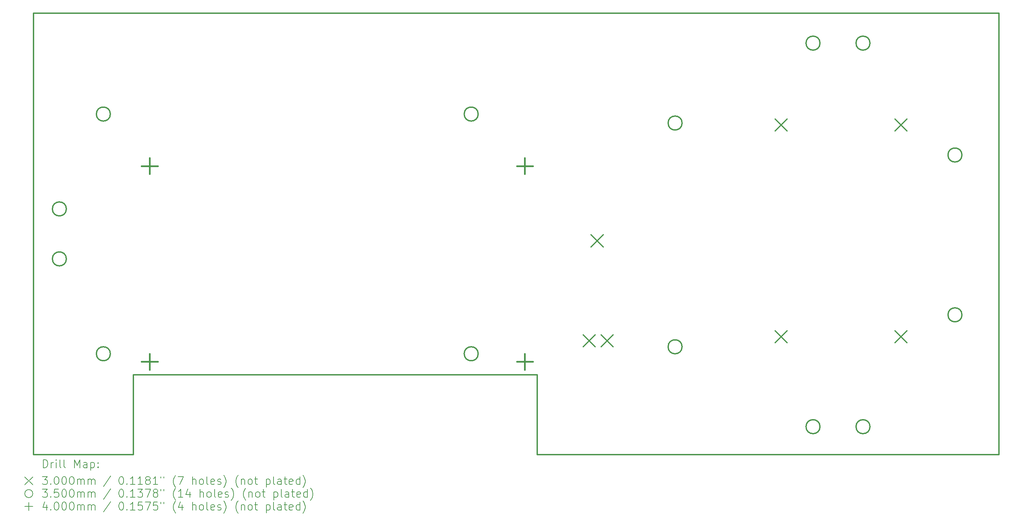
<source format=gbr>
%TF.GenerationSoftware,KiCad,Pcbnew,8.0.6*%
%TF.CreationDate,2025-04-15T17:41:16+01:00*%
%TF.ProjectId,DeltaBot,44656c74-6142-46f7-942e-6b696361645f,rev?*%
%TF.SameCoordinates,Original*%
%TF.FileFunction,Drillmap*%
%TF.FilePolarity,Positive*%
%FSLAX45Y45*%
G04 Gerber Fmt 4.5, Leading zero omitted, Abs format (unit mm)*
G04 Created by KiCad (PCBNEW 8.0.6) date 2025-04-15 17:41:16*
%MOMM*%
%LPD*%
G01*
G04 APERTURE LIST*
%ADD10C,0.300000*%
%ADD11C,0.200000*%
%ADD12C,0.350000*%
%ADD13C,0.400000*%
G04 APERTURE END LIST*
D10*
X5200000Y-12650000D02*
X15300000Y-12650000D01*
X5200000Y-14650000D02*
X2700000Y-14650000D01*
X26850000Y-3600000D02*
X26850000Y-14650000D01*
X15300000Y-12650000D02*
X15300000Y-14650000D01*
X26850000Y-14650000D02*
X15300000Y-14650000D01*
X2700000Y-14650000D02*
X2700000Y-3600000D01*
X5200000Y-14650000D02*
X5200000Y-12650000D01*
X2700000Y-3600000D02*
X26850000Y-3600000D01*
D11*
D10*
X16450000Y-11650000D02*
X16750000Y-11950000D01*
X16750000Y-11650000D02*
X16450000Y-11950000D01*
X16650000Y-9150000D02*
X16950000Y-9450000D01*
X16950000Y-9150000D02*
X16650000Y-9450000D01*
X16900000Y-11650000D02*
X17200000Y-11950000D01*
X17200000Y-11650000D02*
X16900000Y-11950000D01*
X21250000Y-6250000D02*
X21550000Y-6550000D01*
X21550000Y-6250000D02*
X21250000Y-6550000D01*
X21250000Y-11550000D02*
X21550000Y-11850000D01*
X21550000Y-11550000D02*
X21250000Y-11850000D01*
X24250000Y-6250000D02*
X24550000Y-6550000D01*
X24550000Y-6250000D02*
X24250000Y-6550000D01*
X24250000Y-11550000D02*
X24550000Y-11850000D01*
X24550000Y-11550000D02*
X24250000Y-11850000D01*
D12*
X3525000Y-8500000D02*
G75*
G02*
X3175000Y-8500000I-175000J0D01*
G01*
X3175000Y-8500000D02*
G75*
G02*
X3525000Y-8500000I175000J0D01*
G01*
X3525000Y-9750000D02*
G75*
G02*
X3175000Y-9750000I-175000J0D01*
G01*
X3175000Y-9750000D02*
G75*
G02*
X3525000Y-9750000I175000J0D01*
G01*
X4625000Y-6125000D02*
G75*
G02*
X4275000Y-6125000I-175000J0D01*
G01*
X4275000Y-6125000D02*
G75*
G02*
X4625000Y-6125000I175000J0D01*
G01*
X4625000Y-12125000D02*
G75*
G02*
X4275000Y-12125000I-175000J0D01*
G01*
X4275000Y-12125000D02*
G75*
G02*
X4625000Y-12125000I175000J0D01*
G01*
X13825000Y-6125000D02*
G75*
G02*
X13475000Y-6125000I-175000J0D01*
G01*
X13475000Y-6125000D02*
G75*
G02*
X13825000Y-6125000I175000J0D01*
G01*
X13825000Y-12125000D02*
G75*
G02*
X13475000Y-12125000I-175000J0D01*
G01*
X13475000Y-12125000D02*
G75*
G02*
X13825000Y-12125000I175000J0D01*
G01*
X18925000Y-6350000D02*
G75*
G02*
X18575000Y-6350000I-175000J0D01*
G01*
X18575000Y-6350000D02*
G75*
G02*
X18925000Y-6350000I175000J0D01*
G01*
X18925000Y-11950000D02*
G75*
G02*
X18575000Y-11950000I-175000J0D01*
G01*
X18575000Y-11950000D02*
G75*
G02*
X18925000Y-11950000I175000J0D01*
G01*
X22375000Y-4350000D02*
G75*
G02*
X22025000Y-4350000I-175000J0D01*
G01*
X22025000Y-4350000D02*
G75*
G02*
X22375000Y-4350000I175000J0D01*
G01*
X22375000Y-13950000D02*
G75*
G02*
X22025000Y-13950000I-175000J0D01*
G01*
X22025000Y-13950000D02*
G75*
G02*
X22375000Y-13950000I175000J0D01*
G01*
X23625000Y-4350000D02*
G75*
G02*
X23275000Y-4350000I-175000J0D01*
G01*
X23275000Y-4350000D02*
G75*
G02*
X23625000Y-4350000I175000J0D01*
G01*
X23625000Y-13950000D02*
G75*
G02*
X23275000Y-13950000I-175000J0D01*
G01*
X23275000Y-13950000D02*
G75*
G02*
X23625000Y-13950000I175000J0D01*
G01*
X25925000Y-7150000D02*
G75*
G02*
X25575000Y-7150000I-175000J0D01*
G01*
X25575000Y-7150000D02*
G75*
G02*
X25925000Y-7150000I175000J0D01*
G01*
X25925000Y-11150000D02*
G75*
G02*
X25575000Y-11150000I-175000J0D01*
G01*
X25575000Y-11150000D02*
G75*
G02*
X25925000Y-11150000I175000J0D01*
G01*
D13*
X5607500Y-7225000D02*
X5607500Y-7625000D01*
X5407500Y-7425000D02*
X5807500Y-7425000D01*
X5607500Y-12125000D02*
X5607500Y-12525000D01*
X5407500Y-12325000D02*
X5807500Y-12325000D01*
X14992500Y-7225000D02*
X14992500Y-7625000D01*
X14792500Y-7425000D02*
X15192500Y-7425000D01*
X14992500Y-12125000D02*
X14992500Y-12525000D01*
X14792500Y-12325000D02*
X15192500Y-12325000D01*
D11*
X2945777Y-14976484D02*
X2945777Y-14776484D01*
X2945777Y-14776484D02*
X2993396Y-14776484D01*
X2993396Y-14776484D02*
X3021967Y-14786008D01*
X3021967Y-14786008D02*
X3041015Y-14805055D01*
X3041015Y-14805055D02*
X3050539Y-14824103D01*
X3050539Y-14824103D02*
X3060062Y-14862198D01*
X3060062Y-14862198D02*
X3060062Y-14890769D01*
X3060062Y-14890769D02*
X3050539Y-14928865D01*
X3050539Y-14928865D02*
X3041015Y-14947912D01*
X3041015Y-14947912D02*
X3021967Y-14966960D01*
X3021967Y-14966960D02*
X2993396Y-14976484D01*
X2993396Y-14976484D02*
X2945777Y-14976484D01*
X3145777Y-14976484D02*
X3145777Y-14843150D01*
X3145777Y-14881246D02*
X3155301Y-14862198D01*
X3155301Y-14862198D02*
X3164824Y-14852674D01*
X3164824Y-14852674D02*
X3183872Y-14843150D01*
X3183872Y-14843150D02*
X3202920Y-14843150D01*
X3269586Y-14976484D02*
X3269586Y-14843150D01*
X3269586Y-14776484D02*
X3260062Y-14786008D01*
X3260062Y-14786008D02*
X3269586Y-14795531D01*
X3269586Y-14795531D02*
X3279110Y-14786008D01*
X3279110Y-14786008D02*
X3269586Y-14776484D01*
X3269586Y-14776484D02*
X3269586Y-14795531D01*
X3393396Y-14976484D02*
X3374348Y-14966960D01*
X3374348Y-14966960D02*
X3364824Y-14947912D01*
X3364824Y-14947912D02*
X3364824Y-14776484D01*
X3498158Y-14976484D02*
X3479110Y-14966960D01*
X3479110Y-14966960D02*
X3469586Y-14947912D01*
X3469586Y-14947912D02*
X3469586Y-14776484D01*
X3726729Y-14976484D02*
X3726729Y-14776484D01*
X3726729Y-14776484D02*
X3793396Y-14919341D01*
X3793396Y-14919341D02*
X3860062Y-14776484D01*
X3860062Y-14776484D02*
X3860062Y-14976484D01*
X4041015Y-14976484D02*
X4041015Y-14871722D01*
X4041015Y-14871722D02*
X4031491Y-14852674D01*
X4031491Y-14852674D02*
X4012443Y-14843150D01*
X4012443Y-14843150D02*
X3974348Y-14843150D01*
X3974348Y-14843150D02*
X3955301Y-14852674D01*
X4041015Y-14966960D02*
X4021967Y-14976484D01*
X4021967Y-14976484D02*
X3974348Y-14976484D01*
X3974348Y-14976484D02*
X3955301Y-14966960D01*
X3955301Y-14966960D02*
X3945777Y-14947912D01*
X3945777Y-14947912D02*
X3945777Y-14928865D01*
X3945777Y-14928865D02*
X3955301Y-14909817D01*
X3955301Y-14909817D02*
X3974348Y-14900293D01*
X3974348Y-14900293D02*
X4021967Y-14900293D01*
X4021967Y-14900293D02*
X4041015Y-14890769D01*
X4136253Y-14843150D02*
X4136253Y-15043150D01*
X4136253Y-14852674D02*
X4155301Y-14843150D01*
X4155301Y-14843150D02*
X4193396Y-14843150D01*
X4193396Y-14843150D02*
X4212444Y-14852674D01*
X4212444Y-14852674D02*
X4221967Y-14862198D01*
X4221967Y-14862198D02*
X4231491Y-14881246D01*
X4231491Y-14881246D02*
X4231491Y-14938388D01*
X4231491Y-14938388D02*
X4221967Y-14957436D01*
X4221967Y-14957436D02*
X4212444Y-14966960D01*
X4212444Y-14966960D02*
X4193396Y-14976484D01*
X4193396Y-14976484D02*
X4155301Y-14976484D01*
X4155301Y-14976484D02*
X4136253Y-14966960D01*
X4317205Y-14957436D02*
X4326729Y-14966960D01*
X4326729Y-14966960D02*
X4317205Y-14976484D01*
X4317205Y-14976484D02*
X4307682Y-14966960D01*
X4307682Y-14966960D02*
X4317205Y-14957436D01*
X4317205Y-14957436D02*
X4317205Y-14976484D01*
X4317205Y-14852674D02*
X4326729Y-14862198D01*
X4326729Y-14862198D02*
X4317205Y-14871722D01*
X4317205Y-14871722D02*
X4307682Y-14862198D01*
X4307682Y-14862198D02*
X4317205Y-14852674D01*
X4317205Y-14852674D02*
X4317205Y-14871722D01*
X2485000Y-15205000D02*
X2685000Y-15405000D01*
X2685000Y-15205000D02*
X2485000Y-15405000D01*
X2926729Y-15196484D02*
X3050539Y-15196484D01*
X3050539Y-15196484D02*
X2983872Y-15272674D01*
X2983872Y-15272674D02*
X3012443Y-15272674D01*
X3012443Y-15272674D02*
X3031491Y-15282198D01*
X3031491Y-15282198D02*
X3041015Y-15291722D01*
X3041015Y-15291722D02*
X3050539Y-15310769D01*
X3050539Y-15310769D02*
X3050539Y-15358388D01*
X3050539Y-15358388D02*
X3041015Y-15377436D01*
X3041015Y-15377436D02*
X3031491Y-15386960D01*
X3031491Y-15386960D02*
X3012443Y-15396484D01*
X3012443Y-15396484D02*
X2955301Y-15396484D01*
X2955301Y-15396484D02*
X2936253Y-15386960D01*
X2936253Y-15386960D02*
X2926729Y-15377436D01*
X3136253Y-15377436D02*
X3145777Y-15386960D01*
X3145777Y-15386960D02*
X3136253Y-15396484D01*
X3136253Y-15396484D02*
X3126729Y-15386960D01*
X3126729Y-15386960D02*
X3136253Y-15377436D01*
X3136253Y-15377436D02*
X3136253Y-15396484D01*
X3269586Y-15196484D02*
X3288634Y-15196484D01*
X3288634Y-15196484D02*
X3307682Y-15206008D01*
X3307682Y-15206008D02*
X3317205Y-15215531D01*
X3317205Y-15215531D02*
X3326729Y-15234579D01*
X3326729Y-15234579D02*
X3336253Y-15272674D01*
X3336253Y-15272674D02*
X3336253Y-15320293D01*
X3336253Y-15320293D02*
X3326729Y-15358388D01*
X3326729Y-15358388D02*
X3317205Y-15377436D01*
X3317205Y-15377436D02*
X3307682Y-15386960D01*
X3307682Y-15386960D02*
X3288634Y-15396484D01*
X3288634Y-15396484D02*
X3269586Y-15396484D01*
X3269586Y-15396484D02*
X3250539Y-15386960D01*
X3250539Y-15386960D02*
X3241015Y-15377436D01*
X3241015Y-15377436D02*
X3231491Y-15358388D01*
X3231491Y-15358388D02*
X3221967Y-15320293D01*
X3221967Y-15320293D02*
X3221967Y-15272674D01*
X3221967Y-15272674D02*
X3231491Y-15234579D01*
X3231491Y-15234579D02*
X3241015Y-15215531D01*
X3241015Y-15215531D02*
X3250539Y-15206008D01*
X3250539Y-15206008D02*
X3269586Y-15196484D01*
X3460062Y-15196484D02*
X3479110Y-15196484D01*
X3479110Y-15196484D02*
X3498158Y-15206008D01*
X3498158Y-15206008D02*
X3507682Y-15215531D01*
X3507682Y-15215531D02*
X3517205Y-15234579D01*
X3517205Y-15234579D02*
X3526729Y-15272674D01*
X3526729Y-15272674D02*
X3526729Y-15320293D01*
X3526729Y-15320293D02*
X3517205Y-15358388D01*
X3517205Y-15358388D02*
X3507682Y-15377436D01*
X3507682Y-15377436D02*
X3498158Y-15386960D01*
X3498158Y-15386960D02*
X3479110Y-15396484D01*
X3479110Y-15396484D02*
X3460062Y-15396484D01*
X3460062Y-15396484D02*
X3441015Y-15386960D01*
X3441015Y-15386960D02*
X3431491Y-15377436D01*
X3431491Y-15377436D02*
X3421967Y-15358388D01*
X3421967Y-15358388D02*
X3412443Y-15320293D01*
X3412443Y-15320293D02*
X3412443Y-15272674D01*
X3412443Y-15272674D02*
X3421967Y-15234579D01*
X3421967Y-15234579D02*
X3431491Y-15215531D01*
X3431491Y-15215531D02*
X3441015Y-15206008D01*
X3441015Y-15206008D02*
X3460062Y-15196484D01*
X3650539Y-15196484D02*
X3669586Y-15196484D01*
X3669586Y-15196484D02*
X3688634Y-15206008D01*
X3688634Y-15206008D02*
X3698158Y-15215531D01*
X3698158Y-15215531D02*
X3707682Y-15234579D01*
X3707682Y-15234579D02*
X3717205Y-15272674D01*
X3717205Y-15272674D02*
X3717205Y-15320293D01*
X3717205Y-15320293D02*
X3707682Y-15358388D01*
X3707682Y-15358388D02*
X3698158Y-15377436D01*
X3698158Y-15377436D02*
X3688634Y-15386960D01*
X3688634Y-15386960D02*
X3669586Y-15396484D01*
X3669586Y-15396484D02*
X3650539Y-15396484D01*
X3650539Y-15396484D02*
X3631491Y-15386960D01*
X3631491Y-15386960D02*
X3621967Y-15377436D01*
X3621967Y-15377436D02*
X3612443Y-15358388D01*
X3612443Y-15358388D02*
X3602920Y-15320293D01*
X3602920Y-15320293D02*
X3602920Y-15272674D01*
X3602920Y-15272674D02*
X3612443Y-15234579D01*
X3612443Y-15234579D02*
X3621967Y-15215531D01*
X3621967Y-15215531D02*
X3631491Y-15206008D01*
X3631491Y-15206008D02*
X3650539Y-15196484D01*
X3802920Y-15396484D02*
X3802920Y-15263150D01*
X3802920Y-15282198D02*
X3812443Y-15272674D01*
X3812443Y-15272674D02*
X3831491Y-15263150D01*
X3831491Y-15263150D02*
X3860063Y-15263150D01*
X3860063Y-15263150D02*
X3879110Y-15272674D01*
X3879110Y-15272674D02*
X3888634Y-15291722D01*
X3888634Y-15291722D02*
X3888634Y-15396484D01*
X3888634Y-15291722D02*
X3898158Y-15272674D01*
X3898158Y-15272674D02*
X3917205Y-15263150D01*
X3917205Y-15263150D02*
X3945777Y-15263150D01*
X3945777Y-15263150D02*
X3964824Y-15272674D01*
X3964824Y-15272674D02*
X3974348Y-15291722D01*
X3974348Y-15291722D02*
X3974348Y-15396484D01*
X4069586Y-15396484D02*
X4069586Y-15263150D01*
X4069586Y-15282198D02*
X4079110Y-15272674D01*
X4079110Y-15272674D02*
X4098158Y-15263150D01*
X4098158Y-15263150D02*
X4126729Y-15263150D01*
X4126729Y-15263150D02*
X4145777Y-15272674D01*
X4145777Y-15272674D02*
X4155301Y-15291722D01*
X4155301Y-15291722D02*
X4155301Y-15396484D01*
X4155301Y-15291722D02*
X4164824Y-15272674D01*
X4164824Y-15272674D02*
X4183872Y-15263150D01*
X4183872Y-15263150D02*
X4212444Y-15263150D01*
X4212444Y-15263150D02*
X4231491Y-15272674D01*
X4231491Y-15272674D02*
X4241015Y-15291722D01*
X4241015Y-15291722D02*
X4241015Y-15396484D01*
X4631491Y-15186960D02*
X4460063Y-15444103D01*
X4888634Y-15196484D02*
X4907682Y-15196484D01*
X4907682Y-15196484D02*
X4926729Y-15206008D01*
X4926729Y-15206008D02*
X4936253Y-15215531D01*
X4936253Y-15215531D02*
X4945777Y-15234579D01*
X4945777Y-15234579D02*
X4955301Y-15272674D01*
X4955301Y-15272674D02*
X4955301Y-15320293D01*
X4955301Y-15320293D02*
X4945777Y-15358388D01*
X4945777Y-15358388D02*
X4936253Y-15377436D01*
X4936253Y-15377436D02*
X4926729Y-15386960D01*
X4926729Y-15386960D02*
X4907682Y-15396484D01*
X4907682Y-15396484D02*
X4888634Y-15396484D01*
X4888634Y-15396484D02*
X4869587Y-15386960D01*
X4869587Y-15386960D02*
X4860063Y-15377436D01*
X4860063Y-15377436D02*
X4850539Y-15358388D01*
X4850539Y-15358388D02*
X4841015Y-15320293D01*
X4841015Y-15320293D02*
X4841015Y-15272674D01*
X4841015Y-15272674D02*
X4850539Y-15234579D01*
X4850539Y-15234579D02*
X4860063Y-15215531D01*
X4860063Y-15215531D02*
X4869587Y-15206008D01*
X4869587Y-15206008D02*
X4888634Y-15196484D01*
X5041015Y-15377436D02*
X5050539Y-15386960D01*
X5050539Y-15386960D02*
X5041015Y-15396484D01*
X5041015Y-15396484D02*
X5031491Y-15386960D01*
X5031491Y-15386960D02*
X5041015Y-15377436D01*
X5041015Y-15377436D02*
X5041015Y-15396484D01*
X5241015Y-15396484D02*
X5126729Y-15396484D01*
X5183872Y-15396484D02*
X5183872Y-15196484D01*
X5183872Y-15196484D02*
X5164825Y-15225055D01*
X5164825Y-15225055D02*
X5145777Y-15244103D01*
X5145777Y-15244103D02*
X5126729Y-15253627D01*
X5431491Y-15396484D02*
X5317206Y-15396484D01*
X5374348Y-15396484D02*
X5374348Y-15196484D01*
X5374348Y-15196484D02*
X5355301Y-15225055D01*
X5355301Y-15225055D02*
X5336253Y-15244103D01*
X5336253Y-15244103D02*
X5317206Y-15253627D01*
X5545777Y-15282198D02*
X5526729Y-15272674D01*
X5526729Y-15272674D02*
X5517206Y-15263150D01*
X5517206Y-15263150D02*
X5507682Y-15244103D01*
X5507682Y-15244103D02*
X5507682Y-15234579D01*
X5507682Y-15234579D02*
X5517206Y-15215531D01*
X5517206Y-15215531D02*
X5526729Y-15206008D01*
X5526729Y-15206008D02*
X5545777Y-15196484D01*
X5545777Y-15196484D02*
X5583872Y-15196484D01*
X5583872Y-15196484D02*
X5602920Y-15206008D01*
X5602920Y-15206008D02*
X5612444Y-15215531D01*
X5612444Y-15215531D02*
X5621967Y-15234579D01*
X5621967Y-15234579D02*
X5621967Y-15244103D01*
X5621967Y-15244103D02*
X5612444Y-15263150D01*
X5612444Y-15263150D02*
X5602920Y-15272674D01*
X5602920Y-15272674D02*
X5583872Y-15282198D01*
X5583872Y-15282198D02*
X5545777Y-15282198D01*
X5545777Y-15282198D02*
X5526729Y-15291722D01*
X5526729Y-15291722D02*
X5517206Y-15301246D01*
X5517206Y-15301246D02*
X5507682Y-15320293D01*
X5507682Y-15320293D02*
X5507682Y-15358388D01*
X5507682Y-15358388D02*
X5517206Y-15377436D01*
X5517206Y-15377436D02*
X5526729Y-15386960D01*
X5526729Y-15386960D02*
X5545777Y-15396484D01*
X5545777Y-15396484D02*
X5583872Y-15396484D01*
X5583872Y-15396484D02*
X5602920Y-15386960D01*
X5602920Y-15386960D02*
X5612444Y-15377436D01*
X5612444Y-15377436D02*
X5621967Y-15358388D01*
X5621967Y-15358388D02*
X5621967Y-15320293D01*
X5621967Y-15320293D02*
X5612444Y-15301246D01*
X5612444Y-15301246D02*
X5602920Y-15291722D01*
X5602920Y-15291722D02*
X5583872Y-15282198D01*
X5812444Y-15396484D02*
X5698158Y-15396484D01*
X5755301Y-15396484D02*
X5755301Y-15196484D01*
X5755301Y-15196484D02*
X5736253Y-15225055D01*
X5736253Y-15225055D02*
X5717206Y-15244103D01*
X5717206Y-15244103D02*
X5698158Y-15253627D01*
X5888634Y-15196484D02*
X5888634Y-15234579D01*
X5964825Y-15196484D02*
X5964825Y-15234579D01*
X6260063Y-15472674D02*
X6250539Y-15463150D01*
X6250539Y-15463150D02*
X6231491Y-15434579D01*
X6231491Y-15434579D02*
X6221968Y-15415531D01*
X6221968Y-15415531D02*
X6212444Y-15386960D01*
X6212444Y-15386960D02*
X6202920Y-15339341D01*
X6202920Y-15339341D02*
X6202920Y-15301246D01*
X6202920Y-15301246D02*
X6212444Y-15253627D01*
X6212444Y-15253627D02*
X6221968Y-15225055D01*
X6221968Y-15225055D02*
X6231491Y-15206008D01*
X6231491Y-15206008D02*
X6250539Y-15177436D01*
X6250539Y-15177436D02*
X6260063Y-15167912D01*
X6317206Y-15196484D02*
X6450539Y-15196484D01*
X6450539Y-15196484D02*
X6364825Y-15396484D01*
X6679110Y-15396484D02*
X6679110Y-15196484D01*
X6764825Y-15396484D02*
X6764825Y-15291722D01*
X6764825Y-15291722D02*
X6755301Y-15272674D01*
X6755301Y-15272674D02*
X6736253Y-15263150D01*
X6736253Y-15263150D02*
X6707682Y-15263150D01*
X6707682Y-15263150D02*
X6688634Y-15272674D01*
X6688634Y-15272674D02*
X6679110Y-15282198D01*
X6888634Y-15396484D02*
X6869587Y-15386960D01*
X6869587Y-15386960D02*
X6860063Y-15377436D01*
X6860063Y-15377436D02*
X6850539Y-15358388D01*
X6850539Y-15358388D02*
X6850539Y-15301246D01*
X6850539Y-15301246D02*
X6860063Y-15282198D01*
X6860063Y-15282198D02*
X6869587Y-15272674D01*
X6869587Y-15272674D02*
X6888634Y-15263150D01*
X6888634Y-15263150D02*
X6917206Y-15263150D01*
X6917206Y-15263150D02*
X6936253Y-15272674D01*
X6936253Y-15272674D02*
X6945777Y-15282198D01*
X6945777Y-15282198D02*
X6955301Y-15301246D01*
X6955301Y-15301246D02*
X6955301Y-15358388D01*
X6955301Y-15358388D02*
X6945777Y-15377436D01*
X6945777Y-15377436D02*
X6936253Y-15386960D01*
X6936253Y-15386960D02*
X6917206Y-15396484D01*
X6917206Y-15396484D02*
X6888634Y-15396484D01*
X7069587Y-15396484D02*
X7050539Y-15386960D01*
X7050539Y-15386960D02*
X7041015Y-15367912D01*
X7041015Y-15367912D02*
X7041015Y-15196484D01*
X7221968Y-15386960D02*
X7202920Y-15396484D01*
X7202920Y-15396484D02*
X7164825Y-15396484D01*
X7164825Y-15396484D02*
X7145777Y-15386960D01*
X7145777Y-15386960D02*
X7136253Y-15367912D01*
X7136253Y-15367912D02*
X7136253Y-15291722D01*
X7136253Y-15291722D02*
X7145777Y-15272674D01*
X7145777Y-15272674D02*
X7164825Y-15263150D01*
X7164825Y-15263150D02*
X7202920Y-15263150D01*
X7202920Y-15263150D02*
X7221968Y-15272674D01*
X7221968Y-15272674D02*
X7231491Y-15291722D01*
X7231491Y-15291722D02*
X7231491Y-15310769D01*
X7231491Y-15310769D02*
X7136253Y-15329817D01*
X7307682Y-15386960D02*
X7326730Y-15396484D01*
X7326730Y-15396484D02*
X7364825Y-15396484D01*
X7364825Y-15396484D02*
X7383872Y-15386960D01*
X7383872Y-15386960D02*
X7393396Y-15367912D01*
X7393396Y-15367912D02*
X7393396Y-15358388D01*
X7393396Y-15358388D02*
X7383872Y-15339341D01*
X7383872Y-15339341D02*
X7364825Y-15329817D01*
X7364825Y-15329817D02*
X7336253Y-15329817D01*
X7336253Y-15329817D02*
X7317206Y-15320293D01*
X7317206Y-15320293D02*
X7307682Y-15301246D01*
X7307682Y-15301246D02*
X7307682Y-15291722D01*
X7307682Y-15291722D02*
X7317206Y-15272674D01*
X7317206Y-15272674D02*
X7336253Y-15263150D01*
X7336253Y-15263150D02*
X7364825Y-15263150D01*
X7364825Y-15263150D02*
X7383872Y-15272674D01*
X7460063Y-15472674D02*
X7469587Y-15463150D01*
X7469587Y-15463150D02*
X7488634Y-15434579D01*
X7488634Y-15434579D02*
X7498158Y-15415531D01*
X7498158Y-15415531D02*
X7507682Y-15386960D01*
X7507682Y-15386960D02*
X7517206Y-15339341D01*
X7517206Y-15339341D02*
X7517206Y-15301246D01*
X7517206Y-15301246D02*
X7507682Y-15253627D01*
X7507682Y-15253627D02*
X7498158Y-15225055D01*
X7498158Y-15225055D02*
X7488634Y-15206008D01*
X7488634Y-15206008D02*
X7469587Y-15177436D01*
X7469587Y-15177436D02*
X7460063Y-15167912D01*
X7821968Y-15472674D02*
X7812444Y-15463150D01*
X7812444Y-15463150D02*
X7793396Y-15434579D01*
X7793396Y-15434579D02*
X7783872Y-15415531D01*
X7783872Y-15415531D02*
X7774349Y-15386960D01*
X7774349Y-15386960D02*
X7764825Y-15339341D01*
X7764825Y-15339341D02*
X7764825Y-15301246D01*
X7764825Y-15301246D02*
X7774349Y-15253627D01*
X7774349Y-15253627D02*
X7783872Y-15225055D01*
X7783872Y-15225055D02*
X7793396Y-15206008D01*
X7793396Y-15206008D02*
X7812444Y-15177436D01*
X7812444Y-15177436D02*
X7821968Y-15167912D01*
X7898158Y-15263150D02*
X7898158Y-15396484D01*
X7898158Y-15282198D02*
X7907682Y-15272674D01*
X7907682Y-15272674D02*
X7926730Y-15263150D01*
X7926730Y-15263150D02*
X7955301Y-15263150D01*
X7955301Y-15263150D02*
X7974349Y-15272674D01*
X7974349Y-15272674D02*
X7983872Y-15291722D01*
X7983872Y-15291722D02*
X7983872Y-15396484D01*
X8107682Y-15396484D02*
X8088634Y-15386960D01*
X8088634Y-15386960D02*
X8079111Y-15377436D01*
X8079111Y-15377436D02*
X8069587Y-15358388D01*
X8069587Y-15358388D02*
X8069587Y-15301246D01*
X8069587Y-15301246D02*
X8079111Y-15282198D01*
X8079111Y-15282198D02*
X8088634Y-15272674D01*
X8088634Y-15272674D02*
X8107682Y-15263150D01*
X8107682Y-15263150D02*
X8136253Y-15263150D01*
X8136253Y-15263150D02*
X8155301Y-15272674D01*
X8155301Y-15272674D02*
X8164825Y-15282198D01*
X8164825Y-15282198D02*
X8174349Y-15301246D01*
X8174349Y-15301246D02*
X8174349Y-15358388D01*
X8174349Y-15358388D02*
X8164825Y-15377436D01*
X8164825Y-15377436D02*
X8155301Y-15386960D01*
X8155301Y-15386960D02*
X8136253Y-15396484D01*
X8136253Y-15396484D02*
X8107682Y-15396484D01*
X8231492Y-15263150D02*
X8307682Y-15263150D01*
X8260063Y-15196484D02*
X8260063Y-15367912D01*
X8260063Y-15367912D02*
X8269587Y-15386960D01*
X8269587Y-15386960D02*
X8288634Y-15396484D01*
X8288634Y-15396484D02*
X8307682Y-15396484D01*
X8526730Y-15263150D02*
X8526730Y-15463150D01*
X8526730Y-15272674D02*
X8545777Y-15263150D01*
X8545777Y-15263150D02*
X8583873Y-15263150D01*
X8583873Y-15263150D02*
X8602920Y-15272674D01*
X8602920Y-15272674D02*
X8612444Y-15282198D01*
X8612444Y-15282198D02*
X8621968Y-15301246D01*
X8621968Y-15301246D02*
X8621968Y-15358388D01*
X8621968Y-15358388D02*
X8612444Y-15377436D01*
X8612444Y-15377436D02*
X8602920Y-15386960D01*
X8602920Y-15386960D02*
X8583873Y-15396484D01*
X8583873Y-15396484D02*
X8545777Y-15396484D01*
X8545777Y-15396484D02*
X8526730Y-15386960D01*
X8736254Y-15396484D02*
X8717206Y-15386960D01*
X8717206Y-15386960D02*
X8707682Y-15367912D01*
X8707682Y-15367912D02*
X8707682Y-15196484D01*
X8898158Y-15396484D02*
X8898158Y-15291722D01*
X8898158Y-15291722D02*
X8888635Y-15272674D01*
X8888635Y-15272674D02*
X8869587Y-15263150D01*
X8869587Y-15263150D02*
X8831492Y-15263150D01*
X8831492Y-15263150D02*
X8812444Y-15272674D01*
X8898158Y-15386960D02*
X8879111Y-15396484D01*
X8879111Y-15396484D02*
X8831492Y-15396484D01*
X8831492Y-15396484D02*
X8812444Y-15386960D01*
X8812444Y-15386960D02*
X8802920Y-15367912D01*
X8802920Y-15367912D02*
X8802920Y-15348865D01*
X8802920Y-15348865D02*
X8812444Y-15329817D01*
X8812444Y-15329817D02*
X8831492Y-15320293D01*
X8831492Y-15320293D02*
X8879111Y-15320293D01*
X8879111Y-15320293D02*
X8898158Y-15310769D01*
X8964825Y-15263150D02*
X9041015Y-15263150D01*
X8993396Y-15196484D02*
X8993396Y-15367912D01*
X8993396Y-15367912D02*
X9002920Y-15386960D01*
X9002920Y-15386960D02*
X9021968Y-15396484D01*
X9021968Y-15396484D02*
X9041015Y-15396484D01*
X9183873Y-15386960D02*
X9164825Y-15396484D01*
X9164825Y-15396484D02*
X9126730Y-15396484D01*
X9126730Y-15396484D02*
X9107682Y-15386960D01*
X9107682Y-15386960D02*
X9098158Y-15367912D01*
X9098158Y-15367912D02*
X9098158Y-15291722D01*
X9098158Y-15291722D02*
X9107682Y-15272674D01*
X9107682Y-15272674D02*
X9126730Y-15263150D01*
X9126730Y-15263150D02*
X9164825Y-15263150D01*
X9164825Y-15263150D02*
X9183873Y-15272674D01*
X9183873Y-15272674D02*
X9193396Y-15291722D01*
X9193396Y-15291722D02*
X9193396Y-15310769D01*
X9193396Y-15310769D02*
X9098158Y-15329817D01*
X9364825Y-15396484D02*
X9364825Y-15196484D01*
X9364825Y-15386960D02*
X9345777Y-15396484D01*
X9345777Y-15396484D02*
X9307682Y-15396484D01*
X9307682Y-15396484D02*
X9288635Y-15386960D01*
X9288635Y-15386960D02*
X9279111Y-15377436D01*
X9279111Y-15377436D02*
X9269587Y-15358388D01*
X9269587Y-15358388D02*
X9269587Y-15301246D01*
X9269587Y-15301246D02*
X9279111Y-15282198D01*
X9279111Y-15282198D02*
X9288635Y-15272674D01*
X9288635Y-15272674D02*
X9307682Y-15263150D01*
X9307682Y-15263150D02*
X9345777Y-15263150D01*
X9345777Y-15263150D02*
X9364825Y-15272674D01*
X9441016Y-15472674D02*
X9450539Y-15463150D01*
X9450539Y-15463150D02*
X9469587Y-15434579D01*
X9469587Y-15434579D02*
X9479111Y-15415531D01*
X9479111Y-15415531D02*
X9488635Y-15386960D01*
X9488635Y-15386960D02*
X9498158Y-15339341D01*
X9498158Y-15339341D02*
X9498158Y-15301246D01*
X9498158Y-15301246D02*
X9488635Y-15253627D01*
X9488635Y-15253627D02*
X9479111Y-15225055D01*
X9479111Y-15225055D02*
X9469587Y-15206008D01*
X9469587Y-15206008D02*
X9450539Y-15177436D01*
X9450539Y-15177436D02*
X9441016Y-15167912D01*
X2685000Y-15625000D02*
G75*
G02*
X2485000Y-15625000I-100000J0D01*
G01*
X2485000Y-15625000D02*
G75*
G02*
X2685000Y-15625000I100000J0D01*
G01*
X2926729Y-15516484D02*
X3050539Y-15516484D01*
X3050539Y-15516484D02*
X2983872Y-15592674D01*
X2983872Y-15592674D02*
X3012443Y-15592674D01*
X3012443Y-15592674D02*
X3031491Y-15602198D01*
X3031491Y-15602198D02*
X3041015Y-15611722D01*
X3041015Y-15611722D02*
X3050539Y-15630769D01*
X3050539Y-15630769D02*
X3050539Y-15678388D01*
X3050539Y-15678388D02*
X3041015Y-15697436D01*
X3041015Y-15697436D02*
X3031491Y-15706960D01*
X3031491Y-15706960D02*
X3012443Y-15716484D01*
X3012443Y-15716484D02*
X2955301Y-15716484D01*
X2955301Y-15716484D02*
X2936253Y-15706960D01*
X2936253Y-15706960D02*
X2926729Y-15697436D01*
X3136253Y-15697436D02*
X3145777Y-15706960D01*
X3145777Y-15706960D02*
X3136253Y-15716484D01*
X3136253Y-15716484D02*
X3126729Y-15706960D01*
X3126729Y-15706960D02*
X3136253Y-15697436D01*
X3136253Y-15697436D02*
X3136253Y-15716484D01*
X3326729Y-15516484D02*
X3231491Y-15516484D01*
X3231491Y-15516484D02*
X3221967Y-15611722D01*
X3221967Y-15611722D02*
X3231491Y-15602198D01*
X3231491Y-15602198D02*
X3250539Y-15592674D01*
X3250539Y-15592674D02*
X3298158Y-15592674D01*
X3298158Y-15592674D02*
X3317205Y-15602198D01*
X3317205Y-15602198D02*
X3326729Y-15611722D01*
X3326729Y-15611722D02*
X3336253Y-15630769D01*
X3336253Y-15630769D02*
X3336253Y-15678388D01*
X3336253Y-15678388D02*
X3326729Y-15697436D01*
X3326729Y-15697436D02*
X3317205Y-15706960D01*
X3317205Y-15706960D02*
X3298158Y-15716484D01*
X3298158Y-15716484D02*
X3250539Y-15716484D01*
X3250539Y-15716484D02*
X3231491Y-15706960D01*
X3231491Y-15706960D02*
X3221967Y-15697436D01*
X3460062Y-15516484D02*
X3479110Y-15516484D01*
X3479110Y-15516484D02*
X3498158Y-15526008D01*
X3498158Y-15526008D02*
X3507682Y-15535531D01*
X3507682Y-15535531D02*
X3517205Y-15554579D01*
X3517205Y-15554579D02*
X3526729Y-15592674D01*
X3526729Y-15592674D02*
X3526729Y-15640293D01*
X3526729Y-15640293D02*
X3517205Y-15678388D01*
X3517205Y-15678388D02*
X3507682Y-15697436D01*
X3507682Y-15697436D02*
X3498158Y-15706960D01*
X3498158Y-15706960D02*
X3479110Y-15716484D01*
X3479110Y-15716484D02*
X3460062Y-15716484D01*
X3460062Y-15716484D02*
X3441015Y-15706960D01*
X3441015Y-15706960D02*
X3431491Y-15697436D01*
X3431491Y-15697436D02*
X3421967Y-15678388D01*
X3421967Y-15678388D02*
X3412443Y-15640293D01*
X3412443Y-15640293D02*
X3412443Y-15592674D01*
X3412443Y-15592674D02*
X3421967Y-15554579D01*
X3421967Y-15554579D02*
X3431491Y-15535531D01*
X3431491Y-15535531D02*
X3441015Y-15526008D01*
X3441015Y-15526008D02*
X3460062Y-15516484D01*
X3650539Y-15516484D02*
X3669586Y-15516484D01*
X3669586Y-15516484D02*
X3688634Y-15526008D01*
X3688634Y-15526008D02*
X3698158Y-15535531D01*
X3698158Y-15535531D02*
X3707682Y-15554579D01*
X3707682Y-15554579D02*
X3717205Y-15592674D01*
X3717205Y-15592674D02*
X3717205Y-15640293D01*
X3717205Y-15640293D02*
X3707682Y-15678388D01*
X3707682Y-15678388D02*
X3698158Y-15697436D01*
X3698158Y-15697436D02*
X3688634Y-15706960D01*
X3688634Y-15706960D02*
X3669586Y-15716484D01*
X3669586Y-15716484D02*
X3650539Y-15716484D01*
X3650539Y-15716484D02*
X3631491Y-15706960D01*
X3631491Y-15706960D02*
X3621967Y-15697436D01*
X3621967Y-15697436D02*
X3612443Y-15678388D01*
X3612443Y-15678388D02*
X3602920Y-15640293D01*
X3602920Y-15640293D02*
X3602920Y-15592674D01*
X3602920Y-15592674D02*
X3612443Y-15554579D01*
X3612443Y-15554579D02*
X3621967Y-15535531D01*
X3621967Y-15535531D02*
X3631491Y-15526008D01*
X3631491Y-15526008D02*
X3650539Y-15516484D01*
X3802920Y-15716484D02*
X3802920Y-15583150D01*
X3802920Y-15602198D02*
X3812443Y-15592674D01*
X3812443Y-15592674D02*
X3831491Y-15583150D01*
X3831491Y-15583150D02*
X3860063Y-15583150D01*
X3860063Y-15583150D02*
X3879110Y-15592674D01*
X3879110Y-15592674D02*
X3888634Y-15611722D01*
X3888634Y-15611722D02*
X3888634Y-15716484D01*
X3888634Y-15611722D02*
X3898158Y-15592674D01*
X3898158Y-15592674D02*
X3917205Y-15583150D01*
X3917205Y-15583150D02*
X3945777Y-15583150D01*
X3945777Y-15583150D02*
X3964824Y-15592674D01*
X3964824Y-15592674D02*
X3974348Y-15611722D01*
X3974348Y-15611722D02*
X3974348Y-15716484D01*
X4069586Y-15716484D02*
X4069586Y-15583150D01*
X4069586Y-15602198D02*
X4079110Y-15592674D01*
X4079110Y-15592674D02*
X4098158Y-15583150D01*
X4098158Y-15583150D02*
X4126729Y-15583150D01*
X4126729Y-15583150D02*
X4145777Y-15592674D01*
X4145777Y-15592674D02*
X4155301Y-15611722D01*
X4155301Y-15611722D02*
X4155301Y-15716484D01*
X4155301Y-15611722D02*
X4164824Y-15592674D01*
X4164824Y-15592674D02*
X4183872Y-15583150D01*
X4183872Y-15583150D02*
X4212444Y-15583150D01*
X4212444Y-15583150D02*
X4231491Y-15592674D01*
X4231491Y-15592674D02*
X4241015Y-15611722D01*
X4241015Y-15611722D02*
X4241015Y-15716484D01*
X4631491Y-15506960D02*
X4460063Y-15764103D01*
X4888634Y-15516484D02*
X4907682Y-15516484D01*
X4907682Y-15516484D02*
X4926729Y-15526008D01*
X4926729Y-15526008D02*
X4936253Y-15535531D01*
X4936253Y-15535531D02*
X4945777Y-15554579D01*
X4945777Y-15554579D02*
X4955301Y-15592674D01*
X4955301Y-15592674D02*
X4955301Y-15640293D01*
X4955301Y-15640293D02*
X4945777Y-15678388D01*
X4945777Y-15678388D02*
X4936253Y-15697436D01*
X4936253Y-15697436D02*
X4926729Y-15706960D01*
X4926729Y-15706960D02*
X4907682Y-15716484D01*
X4907682Y-15716484D02*
X4888634Y-15716484D01*
X4888634Y-15716484D02*
X4869587Y-15706960D01*
X4869587Y-15706960D02*
X4860063Y-15697436D01*
X4860063Y-15697436D02*
X4850539Y-15678388D01*
X4850539Y-15678388D02*
X4841015Y-15640293D01*
X4841015Y-15640293D02*
X4841015Y-15592674D01*
X4841015Y-15592674D02*
X4850539Y-15554579D01*
X4850539Y-15554579D02*
X4860063Y-15535531D01*
X4860063Y-15535531D02*
X4869587Y-15526008D01*
X4869587Y-15526008D02*
X4888634Y-15516484D01*
X5041015Y-15697436D02*
X5050539Y-15706960D01*
X5050539Y-15706960D02*
X5041015Y-15716484D01*
X5041015Y-15716484D02*
X5031491Y-15706960D01*
X5031491Y-15706960D02*
X5041015Y-15697436D01*
X5041015Y-15697436D02*
X5041015Y-15716484D01*
X5241015Y-15716484D02*
X5126729Y-15716484D01*
X5183872Y-15716484D02*
X5183872Y-15516484D01*
X5183872Y-15516484D02*
X5164825Y-15545055D01*
X5164825Y-15545055D02*
X5145777Y-15564103D01*
X5145777Y-15564103D02*
X5126729Y-15573627D01*
X5307682Y-15516484D02*
X5431491Y-15516484D01*
X5431491Y-15516484D02*
X5364825Y-15592674D01*
X5364825Y-15592674D02*
X5393396Y-15592674D01*
X5393396Y-15592674D02*
X5412444Y-15602198D01*
X5412444Y-15602198D02*
X5421968Y-15611722D01*
X5421968Y-15611722D02*
X5431491Y-15630769D01*
X5431491Y-15630769D02*
X5431491Y-15678388D01*
X5431491Y-15678388D02*
X5421968Y-15697436D01*
X5421968Y-15697436D02*
X5412444Y-15706960D01*
X5412444Y-15706960D02*
X5393396Y-15716484D01*
X5393396Y-15716484D02*
X5336253Y-15716484D01*
X5336253Y-15716484D02*
X5317206Y-15706960D01*
X5317206Y-15706960D02*
X5307682Y-15697436D01*
X5498158Y-15516484D02*
X5631491Y-15516484D01*
X5631491Y-15516484D02*
X5545777Y-15716484D01*
X5736253Y-15602198D02*
X5717206Y-15592674D01*
X5717206Y-15592674D02*
X5707682Y-15583150D01*
X5707682Y-15583150D02*
X5698158Y-15564103D01*
X5698158Y-15564103D02*
X5698158Y-15554579D01*
X5698158Y-15554579D02*
X5707682Y-15535531D01*
X5707682Y-15535531D02*
X5717206Y-15526008D01*
X5717206Y-15526008D02*
X5736253Y-15516484D01*
X5736253Y-15516484D02*
X5774348Y-15516484D01*
X5774348Y-15516484D02*
X5793396Y-15526008D01*
X5793396Y-15526008D02*
X5802920Y-15535531D01*
X5802920Y-15535531D02*
X5812444Y-15554579D01*
X5812444Y-15554579D02*
X5812444Y-15564103D01*
X5812444Y-15564103D02*
X5802920Y-15583150D01*
X5802920Y-15583150D02*
X5793396Y-15592674D01*
X5793396Y-15592674D02*
X5774348Y-15602198D01*
X5774348Y-15602198D02*
X5736253Y-15602198D01*
X5736253Y-15602198D02*
X5717206Y-15611722D01*
X5717206Y-15611722D02*
X5707682Y-15621246D01*
X5707682Y-15621246D02*
X5698158Y-15640293D01*
X5698158Y-15640293D02*
X5698158Y-15678388D01*
X5698158Y-15678388D02*
X5707682Y-15697436D01*
X5707682Y-15697436D02*
X5717206Y-15706960D01*
X5717206Y-15706960D02*
X5736253Y-15716484D01*
X5736253Y-15716484D02*
X5774348Y-15716484D01*
X5774348Y-15716484D02*
X5793396Y-15706960D01*
X5793396Y-15706960D02*
X5802920Y-15697436D01*
X5802920Y-15697436D02*
X5812444Y-15678388D01*
X5812444Y-15678388D02*
X5812444Y-15640293D01*
X5812444Y-15640293D02*
X5802920Y-15621246D01*
X5802920Y-15621246D02*
X5793396Y-15611722D01*
X5793396Y-15611722D02*
X5774348Y-15602198D01*
X5888634Y-15516484D02*
X5888634Y-15554579D01*
X5964825Y-15516484D02*
X5964825Y-15554579D01*
X6260063Y-15792674D02*
X6250539Y-15783150D01*
X6250539Y-15783150D02*
X6231491Y-15754579D01*
X6231491Y-15754579D02*
X6221968Y-15735531D01*
X6221968Y-15735531D02*
X6212444Y-15706960D01*
X6212444Y-15706960D02*
X6202920Y-15659341D01*
X6202920Y-15659341D02*
X6202920Y-15621246D01*
X6202920Y-15621246D02*
X6212444Y-15573627D01*
X6212444Y-15573627D02*
X6221968Y-15545055D01*
X6221968Y-15545055D02*
X6231491Y-15526008D01*
X6231491Y-15526008D02*
X6250539Y-15497436D01*
X6250539Y-15497436D02*
X6260063Y-15487912D01*
X6441015Y-15716484D02*
X6326729Y-15716484D01*
X6383872Y-15716484D02*
X6383872Y-15516484D01*
X6383872Y-15516484D02*
X6364825Y-15545055D01*
X6364825Y-15545055D02*
X6345777Y-15564103D01*
X6345777Y-15564103D02*
X6326729Y-15573627D01*
X6612444Y-15583150D02*
X6612444Y-15716484D01*
X6564825Y-15506960D02*
X6517206Y-15649817D01*
X6517206Y-15649817D02*
X6641015Y-15649817D01*
X6869587Y-15716484D02*
X6869587Y-15516484D01*
X6955301Y-15716484D02*
X6955301Y-15611722D01*
X6955301Y-15611722D02*
X6945777Y-15592674D01*
X6945777Y-15592674D02*
X6926730Y-15583150D01*
X6926730Y-15583150D02*
X6898158Y-15583150D01*
X6898158Y-15583150D02*
X6879110Y-15592674D01*
X6879110Y-15592674D02*
X6869587Y-15602198D01*
X7079110Y-15716484D02*
X7060063Y-15706960D01*
X7060063Y-15706960D02*
X7050539Y-15697436D01*
X7050539Y-15697436D02*
X7041015Y-15678388D01*
X7041015Y-15678388D02*
X7041015Y-15621246D01*
X7041015Y-15621246D02*
X7050539Y-15602198D01*
X7050539Y-15602198D02*
X7060063Y-15592674D01*
X7060063Y-15592674D02*
X7079110Y-15583150D01*
X7079110Y-15583150D02*
X7107682Y-15583150D01*
X7107682Y-15583150D02*
X7126730Y-15592674D01*
X7126730Y-15592674D02*
X7136253Y-15602198D01*
X7136253Y-15602198D02*
X7145777Y-15621246D01*
X7145777Y-15621246D02*
X7145777Y-15678388D01*
X7145777Y-15678388D02*
X7136253Y-15697436D01*
X7136253Y-15697436D02*
X7126730Y-15706960D01*
X7126730Y-15706960D02*
X7107682Y-15716484D01*
X7107682Y-15716484D02*
X7079110Y-15716484D01*
X7260063Y-15716484D02*
X7241015Y-15706960D01*
X7241015Y-15706960D02*
X7231491Y-15687912D01*
X7231491Y-15687912D02*
X7231491Y-15516484D01*
X7412444Y-15706960D02*
X7393396Y-15716484D01*
X7393396Y-15716484D02*
X7355301Y-15716484D01*
X7355301Y-15716484D02*
X7336253Y-15706960D01*
X7336253Y-15706960D02*
X7326730Y-15687912D01*
X7326730Y-15687912D02*
X7326730Y-15611722D01*
X7326730Y-15611722D02*
X7336253Y-15592674D01*
X7336253Y-15592674D02*
X7355301Y-15583150D01*
X7355301Y-15583150D02*
X7393396Y-15583150D01*
X7393396Y-15583150D02*
X7412444Y-15592674D01*
X7412444Y-15592674D02*
X7421968Y-15611722D01*
X7421968Y-15611722D02*
X7421968Y-15630769D01*
X7421968Y-15630769D02*
X7326730Y-15649817D01*
X7498158Y-15706960D02*
X7517206Y-15716484D01*
X7517206Y-15716484D02*
X7555301Y-15716484D01*
X7555301Y-15716484D02*
X7574349Y-15706960D01*
X7574349Y-15706960D02*
X7583872Y-15687912D01*
X7583872Y-15687912D02*
X7583872Y-15678388D01*
X7583872Y-15678388D02*
X7574349Y-15659341D01*
X7574349Y-15659341D02*
X7555301Y-15649817D01*
X7555301Y-15649817D02*
X7526730Y-15649817D01*
X7526730Y-15649817D02*
X7507682Y-15640293D01*
X7507682Y-15640293D02*
X7498158Y-15621246D01*
X7498158Y-15621246D02*
X7498158Y-15611722D01*
X7498158Y-15611722D02*
X7507682Y-15592674D01*
X7507682Y-15592674D02*
X7526730Y-15583150D01*
X7526730Y-15583150D02*
X7555301Y-15583150D01*
X7555301Y-15583150D02*
X7574349Y-15592674D01*
X7650539Y-15792674D02*
X7660063Y-15783150D01*
X7660063Y-15783150D02*
X7679111Y-15754579D01*
X7679111Y-15754579D02*
X7688634Y-15735531D01*
X7688634Y-15735531D02*
X7698158Y-15706960D01*
X7698158Y-15706960D02*
X7707682Y-15659341D01*
X7707682Y-15659341D02*
X7707682Y-15621246D01*
X7707682Y-15621246D02*
X7698158Y-15573627D01*
X7698158Y-15573627D02*
X7688634Y-15545055D01*
X7688634Y-15545055D02*
X7679111Y-15526008D01*
X7679111Y-15526008D02*
X7660063Y-15497436D01*
X7660063Y-15497436D02*
X7650539Y-15487912D01*
X8012444Y-15792674D02*
X8002920Y-15783150D01*
X8002920Y-15783150D02*
X7983872Y-15754579D01*
X7983872Y-15754579D02*
X7974349Y-15735531D01*
X7974349Y-15735531D02*
X7964825Y-15706960D01*
X7964825Y-15706960D02*
X7955301Y-15659341D01*
X7955301Y-15659341D02*
X7955301Y-15621246D01*
X7955301Y-15621246D02*
X7964825Y-15573627D01*
X7964825Y-15573627D02*
X7974349Y-15545055D01*
X7974349Y-15545055D02*
X7983872Y-15526008D01*
X7983872Y-15526008D02*
X8002920Y-15497436D01*
X8002920Y-15497436D02*
X8012444Y-15487912D01*
X8088634Y-15583150D02*
X8088634Y-15716484D01*
X8088634Y-15602198D02*
X8098158Y-15592674D01*
X8098158Y-15592674D02*
X8117206Y-15583150D01*
X8117206Y-15583150D02*
X8145777Y-15583150D01*
X8145777Y-15583150D02*
X8164825Y-15592674D01*
X8164825Y-15592674D02*
X8174349Y-15611722D01*
X8174349Y-15611722D02*
X8174349Y-15716484D01*
X8298158Y-15716484D02*
X8279111Y-15706960D01*
X8279111Y-15706960D02*
X8269587Y-15697436D01*
X8269587Y-15697436D02*
X8260063Y-15678388D01*
X8260063Y-15678388D02*
X8260063Y-15621246D01*
X8260063Y-15621246D02*
X8269587Y-15602198D01*
X8269587Y-15602198D02*
X8279111Y-15592674D01*
X8279111Y-15592674D02*
X8298158Y-15583150D01*
X8298158Y-15583150D02*
X8326730Y-15583150D01*
X8326730Y-15583150D02*
X8345777Y-15592674D01*
X8345777Y-15592674D02*
X8355301Y-15602198D01*
X8355301Y-15602198D02*
X8364825Y-15621246D01*
X8364825Y-15621246D02*
X8364825Y-15678388D01*
X8364825Y-15678388D02*
X8355301Y-15697436D01*
X8355301Y-15697436D02*
X8345777Y-15706960D01*
X8345777Y-15706960D02*
X8326730Y-15716484D01*
X8326730Y-15716484D02*
X8298158Y-15716484D01*
X8421968Y-15583150D02*
X8498158Y-15583150D01*
X8450539Y-15516484D02*
X8450539Y-15687912D01*
X8450539Y-15687912D02*
X8460063Y-15706960D01*
X8460063Y-15706960D02*
X8479111Y-15716484D01*
X8479111Y-15716484D02*
X8498158Y-15716484D01*
X8717206Y-15583150D02*
X8717206Y-15783150D01*
X8717206Y-15592674D02*
X8736254Y-15583150D01*
X8736254Y-15583150D02*
X8774349Y-15583150D01*
X8774349Y-15583150D02*
X8793396Y-15592674D01*
X8793396Y-15592674D02*
X8802920Y-15602198D01*
X8802920Y-15602198D02*
X8812444Y-15621246D01*
X8812444Y-15621246D02*
X8812444Y-15678388D01*
X8812444Y-15678388D02*
X8802920Y-15697436D01*
X8802920Y-15697436D02*
X8793396Y-15706960D01*
X8793396Y-15706960D02*
X8774349Y-15716484D01*
X8774349Y-15716484D02*
X8736254Y-15716484D01*
X8736254Y-15716484D02*
X8717206Y-15706960D01*
X8926730Y-15716484D02*
X8907682Y-15706960D01*
X8907682Y-15706960D02*
X8898158Y-15687912D01*
X8898158Y-15687912D02*
X8898158Y-15516484D01*
X9088635Y-15716484D02*
X9088635Y-15611722D01*
X9088635Y-15611722D02*
X9079111Y-15592674D01*
X9079111Y-15592674D02*
X9060063Y-15583150D01*
X9060063Y-15583150D02*
X9021968Y-15583150D01*
X9021968Y-15583150D02*
X9002920Y-15592674D01*
X9088635Y-15706960D02*
X9069587Y-15716484D01*
X9069587Y-15716484D02*
X9021968Y-15716484D01*
X9021968Y-15716484D02*
X9002920Y-15706960D01*
X9002920Y-15706960D02*
X8993396Y-15687912D01*
X8993396Y-15687912D02*
X8993396Y-15668865D01*
X8993396Y-15668865D02*
X9002920Y-15649817D01*
X9002920Y-15649817D02*
X9021968Y-15640293D01*
X9021968Y-15640293D02*
X9069587Y-15640293D01*
X9069587Y-15640293D02*
X9088635Y-15630769D01*
X9155301Y-15583150D02*
X9231492Y-15583150D01*
X9183873Y-15516484D02*
X9183873Y-15687912D01*
X9183873Y-15687912D02*
X9193396Y-15706960D01*
X9193396Y-15706960D02*
X9212444Y-15716484D01*
X9212444Y-15716484D02*
X9231492Y-15716484D01*
X9374349Y-15706960D02*
X9355301Y-15716484D01*
X9355301Y-15716484D02*
X9317206Y-15716484D01*
X9317206Y-15716484D02*
X9298158Y-15706960D01*
X9298158Y-15706960D02*
X9288635Y-15687912D01*
X9288635Y-15687912D02*
X9288635Y-15611722D01*
X9288635Y-15611722D02*
X9298158Y-15592674D01*
X9298158Y-15592674D02*
X9317206Y-15583150D01*
X9317206Y-15583150D02*
X9355301Y-15583150D01*
X9355301Y-15583150D02*
X9374349Y-15592674D01*
X9374349Y-15592674D02*
X9383873Y-15611722D01*
X9383873Y-15611722D02*
X9383873Y-15630769D01*
X9383873Y-15630769D02*
X9288635Y-15649817D01*
X9555301Y-15716484D02*
X9555301Y-15516484D01*
X9555301Y-15706960D02*
X9536254Y-15716484D01*
X9536254Y-15716484D02*
X9498158Y-15716484D01*
X9498158Y-15716484D02*
X9479111Y-15706960D01*
X9479111Y-15706960D02*
X9469587Y-15697436D01*
X9469587Y-15697436D02*
X9460063Y-15678388D01*
X9460063Y-15678388D02*
X9460063Y-15621246D01*
X9460063Y-15621246D02*
X9469587Y-15602198D01*
X9469587Y-15602198D02*
X9479111Y-15592674D01*
X9479111Y-15592674D02*
X9498158Y-15583150D01*
X9498158Y-15583150D02*
X9536254Y-15583150D01*
X9536254Y-15583150D02*
X9555301Y-15592674D01*
X9631492Y-15792674D02*
X9641016Y-15783150D01*
X9641016Y-15783150D02*
X9660063Y-15754579D01*
X9660063Y-15754579D02*
X9669587Y-15735531D01*
X9669587Y-15735531D02*
X9679111Y-15706960D01*
X9679111Y-15706960D02*
X9688635Y-15659341D01*
X9688635Y-15659341D02*
X9688635Y-15621246D01*
X9688635Y-15621246D02*
X9679111Y-15573627D01*
X9679111Y-15573627D02*
X9669587Y-15545055D01*
X9669587Y-15545055D02*
X9660063Y-15526008D01*
X9660063Y-15526008D02*
X9641016Y-15497436D01*
X9641016Y-15497436D02*
X9631492Y-15487912D01*
X2585000Y-15845000D02*
X2585000Y-16045000D01*
X2485000Y-15945000D02*
X2685000Y-15945000D01*
X3031491Y-15903150D02*
X3031491Y-16036484D01*
X2983872Y-15826960D02*
X2936253Y-15969817D01*
X2936253Y-15969817D02*
X3060062Y-15969817D01*
X3136253Y-16017436D02*
X3145777Y-16026960D01*
X3145777Y-16026960D02*
X3136253Y-16036484D01*
X3136253Y-16036484D02*
X3126729Y-16026960D01*
X3126729Y-16026960D02*
X3136253Y-16017436D01*
X3136253Y-16017436D02*
X3136253Y-16036484D01*
X3269586Y-15836484D02*
X3288634Y-15836484D01*
X3288634Y-15836484D02*
X3307682Y-15846008D01*
X3307682Y-15846008D02*
X3317205Y-15855531D01*
X3317205Y-15855531D02*
X3326729Y-15874579D01*
X3326729Y-15874579D02*
X3336253Y-15912674D01*
X3336253Y-15912674D02*
X3336253Y-15960293D01*
X3336253Y-15960293D02*
X3326729Y-15998388D01*
X3326729Y-15998388D02*
X3317205Y-16017436D01*
X3317205Y-16017436D02*
X3307682Y-16026960D01*
X3307682Y-16026960D02*
X3288634Y-16036484D01*
X3288634Y-16036484D02*
X3269586Y-16036484D01*
X3269586Y-16036484D02*
X3250539Y-16026960D01*
X3250539Y-16026960D02*
X3241015Y-16017436D01*
X3241015Y-16017436D02*
X3231491Y-15998388D01*
X3231491Y-15998388D02*
X3221967Y-15960293D01*
X3221967Y-15960293D02*
X3221967Y-15912674D01*
X3221967Y-15912674D02*
X3231491Y-15874579D01*
X3231491Y-15874579D02*
X3241015Y-15855531D01*
X3241015Y-15855531D02*
X3250539Y-15846008D01*
X3250539Y-15846008D02*
X3269586Y-15836484D01*
X3460062Y-15836484D02*
X3479110Y-15836484D01*
X3479110Y-15836484D02*
X3498158Y-15846008D01*
X3498158Y-15846008D02*
X3507682Y-15855531D01*
X3507682Y-15855531D02*
X3517205Y-15874579D01*
X3517205Y-15874579D02*
X3526729Y-15912674D01*
X3526729Y-15912674D02*
X3526729Y-15960293D01*
X3526729Y-15960293D02*
X3517205Y-15998388D01*
X3517205Y-15998388D02*
X3507682Y-16017436D01*
X3507682Y-16017436D02*
X3498158Y-16026960D01*
X3498158Y-16026960D02*
X3479110Y-16036484D01*
X3479110Y-16036484D02*
X3460062Y-16036484D01*
X3460062Y-16036484D02*
X3441015Y-16026960D01*
X3441015Y-16026960D02*
X3431491Y-16017436D01*
X3431491Y-16017436D02*
X3421967Y-15998388D01*
X3421967Y-15998388D02*
X3412443Y-15960293D01*
X3412443Y-15960293D02*
X3412443Y-15912674D01*
X3412443Y-15912674D02*
X3421967Y-15874579D01*
X3421967Y-15874579D02*
X3431491Y-15855531D01*
X3431491Y-15855531D02*
X3441015Y-15846008D01*
X3441015Y-15846008D02*
X3460062Y-15836484D01*
X3650539Y-15836484D02*
X3669586Y-15836484D01*
X3669586Y-15836484D02*
X3688634Y-15846008D01*
X3688634Y-15846008D02*
X3698158Y-15855531D01*
X3698158Y-15855531D02*
X3707682Y-15874579D01*
X3707682Y-15874579D02*
X3717205Y-15912674D01*
X3717205Y-15912674D02*
X3717205Y-15960293D01*
X3717205Y-15960293D02*
X3707682Y-15998388D01*
X3707682Y-15998388D02*
X3698158Y-16017436D01*
X3698158Y-16017436D02*
X3688634Y-16026960D01*
X3688634Y-16026960D02*
X3669586Y-16036484D01*
X3669586Y-16036484D02*
X3650539Y-16036484D01*
X3650539Y-16036484D02*
X3631491Y-16026960D01*
X3631491Y-16026960D02*
X3621967Y-16017436D01*
X3621967Y-16017436D02*
X3612443Y-15998388D01*
X3612443Y-15998388D02*
X3602920Y-15960293D01*
X3602920Y-15960293D02*
X3602920Y-15912674D01*
X3602920Y-15912674D02*
X3612443Y-15874579D01*
X3612443Y-15874579D02*
X3621967Y-15855531D01*
X3621967Y-15855531D02*
X3631491Y-15846008D01*
X3631491Y-15846008D02*
X3650539Y-15836484D01*
X3802920Y-16036484D02*
X3802920Y-15903150D01*
X3802920Y-15922198D02*
X3812443Y-15912674D01*
X3812443Y-15912674D02*
X3831491Y-15903150D01*
X3831491Y-15903150D02*
X3860063Y-15903150D01*
X3860063Y-15903150D02*
X3879110Y-15912674D01*
X3879110Y-15912674D02*
X3888634Y-15931722D01*
X3888634Y-15931722D02*
X3888634Y-16036484D01*
X3888634Y-15931722D02*
X3898158Y-15912674D01*
X3898158Y-15912674D02*
X3917205Y-15903150D01*
X3917205Y-15903150D02*
X3945777Y-15903150D01*
X3945777Y-15903150D02*
X3964824Y-15912674D01*
X3964824Y-15912674D02*
X3974348Y-15931722D01*
X3974348Y-15931722D02*
X3974348Y-16036484D01*
X4069586Y-16036484D02*
X4069586Y-15903150D01*
X4069586Y-15922198D02*
X4079110Y-15912674D01*
X4079110Y-15912674D02*
X4098158Y-15903150D01*
X4098158Y-15903150D02*
X4126729Y-15903150D01*
X4126729Y-15903150D02*
X4145777Y-15912674D01*
X4145777Y-15912674D02*
X4155301Y-15931722D01*
X4155301Y-15931722D02*
X4155301Y-16036484D01*
X4155301Y-15931722D02*
X4164824Y-15912674D01*
X4164824Y-15912674D02*
X4183872Y-15903150D01*
X4183872Y-15903150D02*
X4212444Y-15903150D01*
X4212444Y-15903150D02*
X4231491Y-15912674D01*
X4231491Y-15912674D02*
X4241015Y-15931722D01*
X4241015Y-15931722D02*
X4241015Y-16036484D01*
X4631491Y-15826960D02*
X4460063Y-16084103D01*
X4888634Y-15836484D02*
X4907682Y-15836484D01*
X4907682Y-15836484D02*
X4926729Y-15846008D01*
X4926729Y-15846008D02*
X4936253Y-15855531D01*
X4936253Y-15855531D02*
X4945777Y-15874579D01*
X4945777Y-15874579D02*
X4955301Y-15912674D01*
X4955301Y-15912674D02*
X4955301Y-15960293D01*
X4955301Y-15960293D02*
X4945777Y-15998388D01*
X4945777Y-15998388D02*
X4936253Y-16017436D01*
X4936253Y-16017436D02*
X4926729Y-16026960D01*
X4926729Y-16026960D02*
X4907682Y-16036484D01*
X4907682Y-16036484D02*
X4888634Y-16036484D01*
X4888634Y-16036484D02*
X4869587Y-16026960D01*
X4869587Y-16026960D02*
X4860063Y-16017436D01*
X4860063Y-16017436D02*
X4850539Y-15998388D01*
X4850539Y-15998388D02*
X4841015Y-15960293D01*
X4841015Y-15960293D02*
X4841015Y-15912674D01*
X4841015Y-15912674D02*
X4850539Y-15874579D01*
X4850539Y-15874579D02*
X4860063Y-15855531D01*
X4860063Y-15855531D02*
X4869587Y-15846008D01*
X4869587Y-15846008D02*
X4888634Y-15836484D01*
X5041015Y-16017436D02*
X5050539Y-16026960D01*
X5050539Y-16026960D02*
X5041015Y-16036484D01*
X5041015Y-16036484D02*
X5031491Y-16026960D01*
X5031491Y-16026960D02*
X5041015Y-16017436D01*
X5041015Y-16017436D02*
X5041015Y-16036484D01*
X5241015Y-16036484D02*
X5126729Y-16036484D01*
X5183872Y-16036484D02*
X5183872Y-15836484D01*
X5183872Y-15836484D02*
X5164825Y-15865055D01*
X5164825Y-15865055D02*
X5145777Y-15884103D01*
X5145777Y-15884103D02*
X5126729Y-15893627D01*
X5421968Y-15836484D02*
X5326729Y-15836484D01*
X5326729Y-15836484D02*
X5317206Y-15931722D01*
X5317206Y-15931722D02*
X5326729Y-15922198D01*
X5326729Y-15922198D02*
X5345777Y-15912674D01*
X5345777Y-15912674D02*
X5393396Y-15912674D01*
X5393396Y-15912674D02*
X5412444Y-15922198D01*
X5412444Y-15922198D02*
X5421968Y-15931722D01*
X5421968Y-15931722D02*
X5431491Y-15950769D01*
X5431491Y-15950769D02*
X5431491Y-15998388D01*
X5431491Y-15998388D02*
X5421968Y-16017436D01*
X5421968Y-16017436D02*
X5412444Y-16026960D01*
X5412444Y-16026960D02*
X5393396Y-16036484D01*
X5393396Y-16036484D02*
X5345777Y-16036484D01*
X5345777Y-16036484D02*
X5326729Y-16026960D01*
X5326729Y-16026960D02*
X5317206Y-16017436D01*
X5498158Y-15836484D02*
X5631491Y-15836484D01*
X5631491Y-15836484D02*
X5545777Y-16036484D01*
X5802920Y-15836484D02*
X5707682Y-15836484D01*
X5707682Y-15836484D02*
X5698158Y-15931722D01*
X5698158Y-15931722D02*
X5707682Y-15922198D01*
X5707682Y-15922198D02*
X5726729Y-15912674D01*
X5726729Y-15912674D02*
X5774348Y-15912674D01*
X5774348Y-15912674D02*
X5793396Y-15922198D01*
X5793396Y-15922198D02*
X5802920Y-15931722D01*
X5802920Y-15931722D02*
X5812444Y-15950769D01*
X5812444Y-15950769D02*
X5812444Y-15998388D01*
X5812444Y-15998388D02*
X5802920Y-16017436D01*
X5802920Y-16017436D02*
X5793396Y-16026960D01*
X5793396Y-16026960D02*
X5774348Y-16036484D01*
X5774348Y-16036484D02*
X5726729Y-16036484D01*
X5726729Y-16036484D02*
X5707682Y-16026960D01*
X5707682Y-16026960D02*
X5698158Y-16017436D01*
X5888634Y-15836484D02*
X5888634Y-15874579D01*
X5964825Y-15836484D02*
X5964825Y-15874579D01*
X6260063Y-16112674D02*
X6250539Y-16103150D01*
X6250539Y-16103150D02*
X6231491Y-16074579D01*
X6231491Y-16074579D02*
X6221968Y-16055531D01*
X6221968Y-16055531D02*
X6212444Y-16026960D01*
X6212444Y-16026960D02*
X6202920Y-15979341D01*
X6202920Y-15979341D02*
X6202920Y-15941246D01*
X6202920Y-15941246D02*
X6212444Y-15893627D01*
X6212444Y-15893627D02*
X6221968Y-15865055D01*
X6221968Y-15865055D02*
X6231491Y-15846008D01*
X6231491Y-15846008D02*
X6250539Y-15817436D01*
X6250539Y-15817436D02*
X6260063Y-15807912D01*
X6421968Y-15903150D02*
X6421968Y-16036484D01*
X6374348Y-15826960D02*
X6326729Y-15969817D01*
X6326729Y-15969817D02*
X6450539Y-15969817D01*
X6679110Y-16036484D02*
X6679110Y-15836484D01*
X6764825Y-16036484D02*
X6764825Y-15931722D01*
X6764825Y-15931722D02*
X6755301Y-15912674D01*
X6755301Y-15912674D02*
X6736253Y-15903150D01*
X6736253Y-15903150D02*
X6707682Y-15903150D01*
X6707682Y-15903150D02*
X6688634Y-15912674D01*
X6688634Y-15912674D02*
X6679110Y-15922198D01*
X6888634Y-16036484D02*
X6869587Y-16026960D01*
X6869587Y-16026960D02*
X6860063Y-16017436D01*
X6860063Y-16017436D02*
X6850539Y-15998388D01*
X6850539Y-15998388D02*
X6850539Y-15941246D01*
X6850539Y-15941246D02*
X6860063Y-15922198D01*
X6860063Y-15922198D02*
X6869587Y-15912674D01*
X6869587Y-15912674D02*
X6888634Y-15903150D01*
X6888634Y-15903150D02*
X6917206Y-15903150D01*
X6917206Y-15903150D02*
X6936253Y-15912674D01*
X6936253Y-15912674D02*
X6945777Y-15922198D01*
X6945777Y-15922198D02*
X6955301Y-15941246D01*
X6955301Y-15941246D02*
X6955301Y-15998388D01*
X6955301Y-15998388D02*
X6945777Y-16017436D01*
X6945777Y-16017436D02*
X6936253Y-16026960D01*
X6936253Y-16026960D02*
X6917206Y-16036484D01*
X6917206Y-16036484D02*
X6888634Y-16036484D01*
X7069587Y-16036484D02*
X7050539Y-16026960D01*
X7050539Y-16026960D02*
X7041015Y-16007912D01*
X7041015Y-16007912D02*
X7041015Y-15836484D01*
X7221968Y-16026960D02*
X7202920Y-16036484D01*
X7202920Y-16036484D02*
X7164825Y-16036484D01*
X7164825Y-16036484D02*
X7145777Y-16026960D01*
X7145777Y-16026960D02*
X7136253Y-16007912D01*
X7136253Y-16007912D02*
X7136253Y-15931722D01*
X7136253Y-15931722D02*
X7145777Y-15912674D01*
X7145777Y-15912674D02*
X7164825Y-15903150D01*
X7164825Y-15903150D02*
X7202920Y-15903150D01*
X7202920Y-15903150D02*
X7221968Y-15912674D01*
X7221968Y-15912674D02*
X7231491Y-15931722D01*
X7231491Y-15931722D02*
X7231491Y-15950769D01*
X7231491Y-15950769D02*
X7136253Y-15969817D01*
X7307682Y-16026960D02*
X7326730Y-16036484D01*
X7326730Y-16036484D02*
X7364825Y-16036484D01*
X7364825Y-16036484D02*
X7383872Y-16026960D01*
X7383872Y-16026960D02*
X7393396Y-16007912D01*
X7393396Y-16007912D02*
X7393396Y-15998388D01*
X7393396Y-15998388D02*
X7383872Y-15979341D01*
X7383872Y-15979341D02*
X7364825Y-15969817D01*
X7364825Y-15969817D02*
X7336253Y-15969817D01*
X7336253Y-15969817D02*
X7317206Y-15960293D01*
X7317206Y-15960293D02*
X7307682Y-15941246D01*
X7307682Y-15941246D02*
X7307682Y-15931722D01*
X7307682Y-15931722D02*
X7317206Y-15912674D01*
X7317206Y-15912674D02*
X7336253Y-15903150D01*
X7336253Y-15903150D02*
X7364825Y-15903150D01*
X7364825Y-15903150D02*
X7383872Y-15912674D01*
X7460063Y-16112674D02*
X7469587Y-16103150D01*
X7469587Y-16103150D02*
X7488634Y-16074579D01*
X7488634Y-16074579D02*
X7498158Y-16055531D01*
X7498158Y-16055531D02*
X7507682Y-16026960D01*
X7507682Y-16026960D02*
X7517206Y-15979341D01*
X7517206Y-15979341D02*
X7517206Y-15941246D01*
X7517206Y-15941246D02*
X7507682Y-15893627D01*
X7507682Y-15893627D02*
X7498158Y-15865055D01*
X7498158Y-15865055D02*
X7488634Y-15846008D01*
X7488634Y-15846008D02*
X7469587Y-15817436D01*
X7469587Y-15817436D02*
X7460063Y-15807912D01*
X7821968Y-16112674D02*
X7812444Y-16103150D01*
X7812444Y-16103150D02*
X7793396Y-16074579D01*
X7793396Y-16074579D02*
X7783872Y-16055531D01*
X7783872Y-16055531D02*
X7774349Y-16026960D01*
X7774349Y-16026960D02*
X7764825Y-15979341D01*
X7764825Y-15979341D02*
X7764825Y-15941246D01*
X7764825Y-15941246D02*
X7774349Y-15893627D01*
X7774349Y-15893627D02*
X7783872Y-15865055D01*
X7783872Y-15865055D02*
X7793396Y-15846008D01*
X7793396Y-15846008D02*
X7812444Y-15817436D01*
X7812444Y-15817436D02*
X7821968Y-15807912D01*
X7898158Y-15903150D02*
X7898158Y-16036484D01*
X7898158Y-15922198D02*
X7907682Y-15912674D01*
X7907682Y-15912674D02*
X7926730Y-15903150D01*
X7926730Y-15903150D02*
X7955301Y-15903150D01*
X7955301Y-15903150D02*
X7974349Y-15912674D01*
X7974349Y-15912674D02*
X7983872Y-15931722D01*
X7983872Y-15931722D02*
X7983872Y-16036484D01*
X8107682Y-16036484D02*
X8088634Y-16026960D01*
X8088634Y-16026960D02*
X8079111Y-16017436D01*
X8079111Y-16017436D02*
X8069587Y-15998388D01*
X8069587Y-15998388D02*
X8069587Y-15941246D01*
X8069587Y-15941246D02*
X8079111Y-15922198D01*
X8079111Y-15922198D02*
X8088634Y-15912674D01*
X8088634Y-15912674D02*
X8107682Y-15903150D01*
X8107682Y-15903150D02*
X8136253Y-15903150D01*
X8136253Y-15903150D02*
X8155301Y-15912674D01*
X8155301Y-15912674D02*
X8164825Y-15922198D01*
X8164825Y-15922198D02*
X8174349Y-15941246D01*
X8174349Y-15941246D02*
X8174349Y-15998388D01*
X8174349Y-15998388D02*
X8164825Y-16017436D01*
X8164825Y-16017436D02*
X8155301Y-16026960D01*
X8155301Y-16026960D02*
X8136253Y-16036484D01*
X8136253Y-16036484D02*
X8107682Y-16036484D01*
X8231492Y-15903150D02*
X8307682Y-15903150D01*
X8260063Y-15836484D02*
X8260063Y-16007912D01*
X8260063Y-16007912D02*
X8269587Y-16026960D01*
X8269587Y-16026960D02*
X8288634Y-16036484D01*
X8288634Y-16036484D02*
X8307682Y-16036484D01*
X8526730Y-15903150D02*
X8526730Y-16103150D01*
X8526730Y-15912674D02*
X8545777Y-15903150D01*
X8545777Y-15903150D02*
X8583873Y-15903150D01*
X8583873Y-15903150D02*
X8602920Y-15912674D01*
X8602920Y-15912674D02*
X8612444Y-15922198D01*
X8612444Y-15922198D02*
X8621968Y-15941246D01*
X8621968Y-15941246D02*
X8621968Y-15998388D01*
X8621968Y-15998388D02*
X8612444Y-16017436D01*
X8612444Y-16017436D02*
X8602920Y-16026960D01*
X8602920Y-16026960D02*
X8583873Y-16036484D01*
X8583873Y-16036484D02*
X8545777Y-16036484D01*
X8545777Y-16036484D02*
X8526730Y-16026960D01*
X8736254Y-16036484D02*
X8717206Y-16026960D01*
X8717206Y-16026960D02*
X8707682Y-16007912D01*
X8707682Y-16007912D02*
X8707682Y-15836484D01*
X8898158Y-16036484D02*
X8898158Y-15931722D01*
X8898158Y-15931722D02*
X8888635Y-15912674D01*
X8888635Y-15912674D02*
X8869587Y-15903150D01*
X8869587Y-15903150D02*
X8831492Y-15903150D01*
X8831492Y-15903150D02*
X8812444Y-15912674D01*
X8898158Y-16026960D02*
X8879111Y-16036484D01*
X8879111Y-16036484D02*
X8831492Y-16036484D01*
X8831492Y-16036484D02*
X8812444Y-16026960D01*
X8812444Y-16026960D02*
X8802920Y-16007912D01*
X8802920Y-16007912D02*
X8802920Y-15988865D01*
X8802920Y-15988865D02*
X8812444Y-15969817D01*
X8812444Y-15969817D02*
X8831492Y-15960293D01*
X8831492Y-15960293D02*
X8879111Y-15960293D01*
X8879111Y-15960293D02*
X8898158Y-15950769D01*
X8964825Y-15903150D02*
X9041015Y-15903150D01*
X8993396Y-15836484D02*
X8993396Y-16007912D01*
X8993396Y-16007912D02*
X9002920Y-16026960D01*
X9002920Y-16026960D02*
X9021968Y-16036484D01*
X9021968Y-16036484D02*
X9041015Y-16036484D01*
X9183873Y-16026960D02*
X9164825Y-16036484D01*
X9164825Y-16036484D02*
X9126730Y-16036484D01*
X9126730Y-16036484D02*
X9107682Y-16026960D01*
X9107682Y-16026960D02*
X9098158Y-16007912D01*
X9098158Y-16007912D02*
X9098158Y-15931722D01*
X9098158Y-15931722D02*
X9107682Y-15912674D01*
X9107682Y-15912674D02*
X9126730Y-15903150D01*
X9126730Y-15903150D02*
X9164825Y-15903150D01*
X9164825Y-15903150D02*
X9183873Y-15912674D01*
X9183873Y-15912674D02*
X9193396Y-15931722D01*
X9193396Y-15931722D02*
X9193396Y-15950769D01*
X9193396Y-15950769D02*
X9098158Y-15969817D01*
X9364825Y-16036484D02*
X9364825Y-15836484D01*
X9364825Y-16026960D02*
X9345777Y-16036484D01*
X9345777Y-16036484D02*
X9307682Y-16036484D01*
X9307682Y-16036484D02*
X9288635Y-16026960D01*
X9288635Y-16026960D02*
X9279111Y-16017436D01*
X9279111Y-16017436D02*
X9269587Y-15998388D01*
X9269587Y-15998388D02*
X9269587Y-15941246D01*
X9269587Y-15941246D02*
X9279111Y-15922198D01*
X9279111Y-15922198D02*
X9288635Y-15912674D01*
X9288635Y-15912674D02*
X9307682Y-15903150D01*
X9307682Y-15903150D02*
X9345777Y-15903150D01*
X9345777Y-15903150D02*
X9364825Y-15912674D01*
X9441016Y-16112674D02*
X9450539Y-16103150D01*
X9450539Y-16103150D02*
X9469587Y-16074579D01*
X9469587Y-16074579D02*
X9479111Y-16055531D01*
X9479111Y-16055531D02*
X9488635Y-16026960D01*
X9488635Y-16026960D02*
X9498158Y-15979341D01*
X9498158Y-15979341D02*
X9498158Y-15941246D01*
X9498158Y-15941246D02*
X9488635Y-15893627D01*
X9488635Y-15893627D02*
X9479111Y-15865055D01*
X9479111Y-15865055D02*
X9469587Y-15846008D01*
X9469587Y-15846008D02*
X9450539Y-15817436D01*
X9450539Y-15817436D02*
X9441016Y-15807912D01*
M02*

</source>
